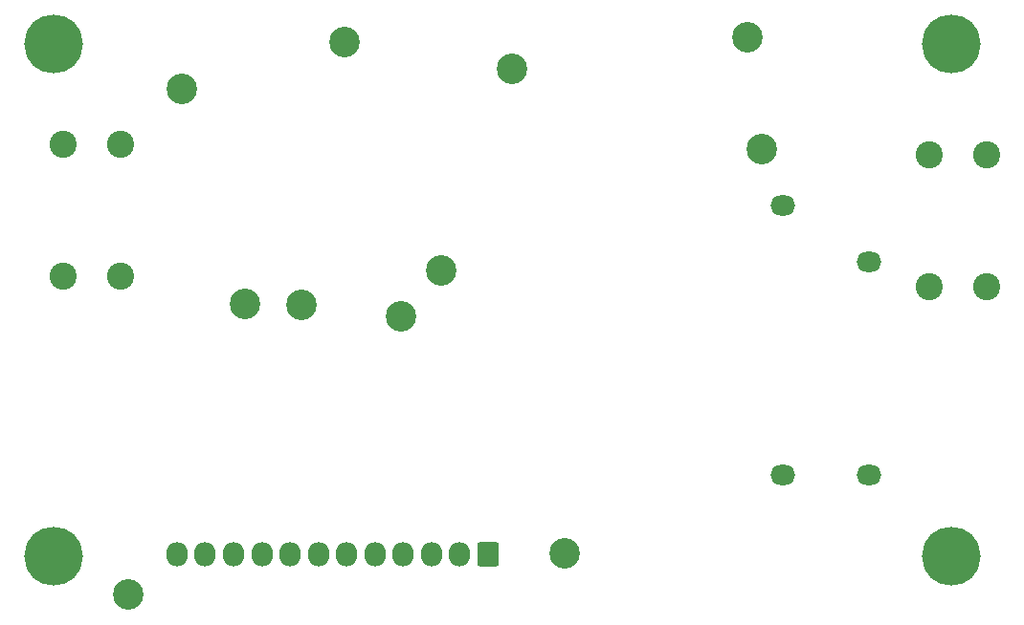
<source format=gbr>
%TF.GenerationSoftware,Altium Limited,Altium Designer,21.0.9 (235)*%
G04 Layer_Color=16711935*
%FSLAX45Y45*%
%MOMM*%
%TF.SameCoordinates,71B597FC-B595-447E-897B-07A554CEBC7C*%
%TF.FilePolarity,Negative*%
%TF.FileFunction,Soldermask,Bot*%
%TF.Part,Single*%
G01*
G75*
%TA.AperFunction,ComponentPad*%
%ADD39C,2.70320*%
%ADD40C,5.20320*%
%ADD41C,2.40320*%
%ADD42O,2.20320X1.80320*%
G04:AMPARAMS|DCode=43|XSize=1.9032mm|YSize=2.1532mm|CornerRadius=0.9516mm|HoleSize=0mm|Usage=FLASHONLY|Rotation=180.000|XOffset=0mm|YOffset=0mm|HoleType=Round|Shape=RoundedRectangle|*
%AMROUNDEDRECTD43*
21,1,1.90320,0.25000,0,0,180.0*
21,1,0.00000,2.15320,0,0,180.0*
1,1,1.90320,0.00000,0.12500*
1,1,1.90320,0.00000,0.12500*
1,1,1.90320,0.00000,-0.12500*
1,1,1.90320,0.00000,-0.12500*
%
%ADD43ROUNDEDRECTD43*%
G04:AMPARAMS|DCode=44|XSize=1.9032mm|YSize=2.1532mm|CornerRadius=0.2291mm|HoleSize=0mm|Usage=FLASHONLY|Rotation=180.000|XOffset=0mm|YOffset=0mm|HoleType=Round|Shape=RoundedRectangle|*
%AMROUNDEDRECTD44*
21,1,1.90320,1.69500,0,0,180.0*
21,1,1.44500,2.15320,0,0,180.0*
1,1,0.45820,-0.72250,0.84750*
1,1,0.45820,0.72250,0.84750*
1,1,0.45820,0.72250,-0.84750*
1,1,0.45820,-0.72250,-0.84750*
%
%ADD44ROUNDEDRECTD44*%
D39*
X5950000Y960000D02*
D03*
X7690000Y4540000D02*
D03*
X2560000Y5070000D02*
D03*
X3120000Y3170000D02*
D03*
X4500000Y3060000D02*
D03*
X3620000Y3160000D02*
D03*
X7570000Y5530000D02*
D03*
X2090000Y590000D02*
D03*
X5480000Y5250000D02*
D03*
X4000000Y5490000D02*
D03*
X4860000Y3460000D02*
D03*
D40*
X1430000Y5470000D02*
D03*
X9370000D02*
D03*
X1430000Y930000D02*
D03*
X9370000D02*
D03*
D41*
X9680000Y4489984D02*
D03*
X9172000D02*
D03*
X2018001Y4580000D02*
D03*
X1510001D02*
D03*
X2018001Y3410000D02*
D03*
X1510001D02*
D03*
X9680000Y3319984D02*
D03*
X9172000D02*
D03*
D42*
X8642000Y1650000D02*
D03*
Y3540000D02*
D03*
X7880000Y4040000D02*
D03*
Y1650000D02*
D03*
D43*
X5020000Y950000D02*
D03*
X4770000D02*
D03*
X4520000D02*
D03*
X4270000D02*
D03*
X4020000D02*
D03*
X3770000D02*
D03*
X3520000D02*
D03*
X3270000D02*
D03*
X3020000D02*
D03*
X2770000D02*
D03*
X2520000D02*
D03*
D44*
X5270000D02*
D03*
%TF.MD5,2e01647d0e841235d904b6afa592f6e5*%
M02*

</source>
